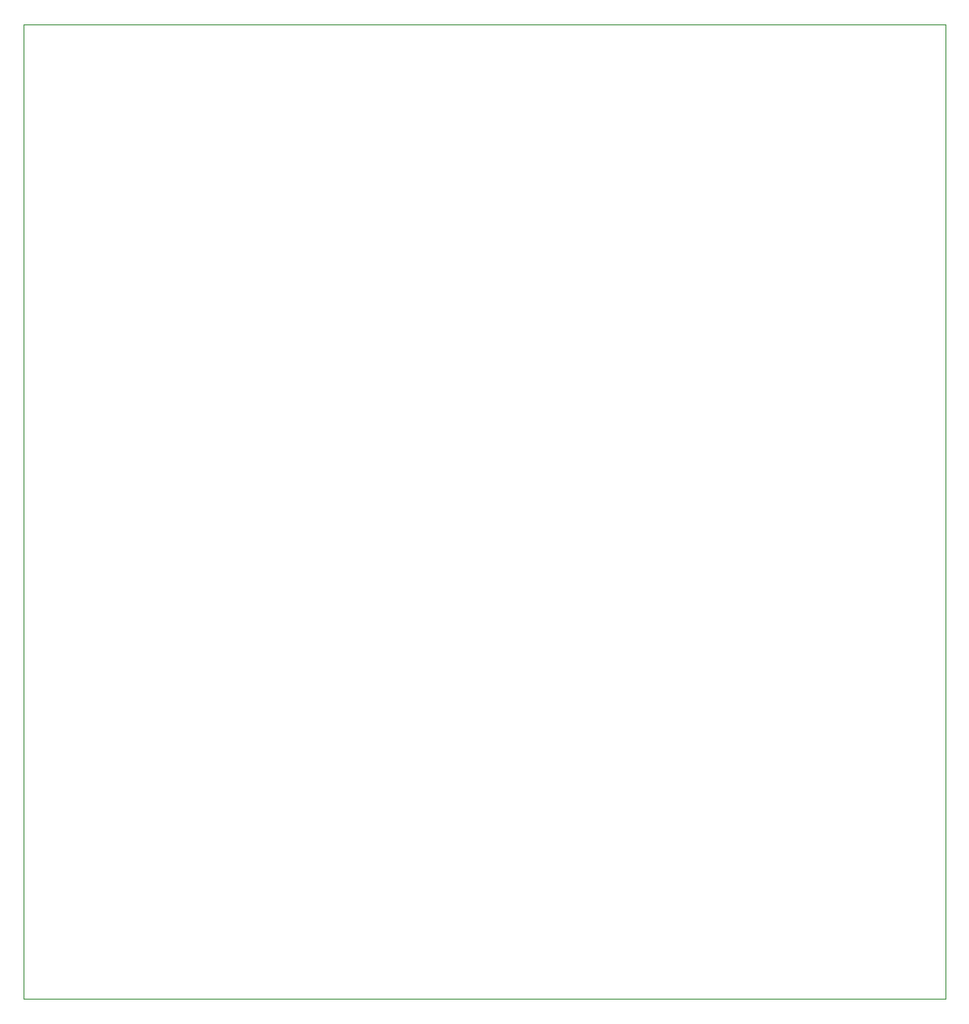
<source format=gbr>
G04 #@! TF.GenerationSoftware,KiCad,Pcbnew,(5.1.2)-1*
G04 #@! TF.CreationDate,2019-05-30T21:03:25-05:00*
G04 #@! TF.ProjectId,color-swatches,636f6c6f-722d-4737-9761-74636865732e,rev?*
G04 #@! TF.SameCoordinates,Original*
G04 #@! TF.FileFunction,Profile,NP*
%FSLAX46Y46*%
G04 Gerber Fmt 4.6, Leading zero omitted, Abs format (unit mm)*
G04 Created by KiCad (PCBNEW (5.1.2)-1) date 2019-05-30 21:03:25*
%MOMM*%
%LPD*%
G04 APERTURE LIST*
%ADD10C,0.100000*%
G04 APERTURE END LIST*
D10*
X-44520974Y46788208D02*
X45067686Y46788208D01*
X45067686Y46788208D02*
X45067687Y46788207D01*
X45067687Y46788207D02*
X45067687Y-47800834D01*
X45067687Y-47800834D02*
X45067686Y-47800834D01*
X45067686Y-47800834D02*
X-44520974Y-47800834D01*
X-44520974Y-47800834D02*
X-44520975Y-47800834D01*
X-44520975Y-47800834D02*
X-44520975Y46788207D01*
X-44520975Y46788207D02*
X-44520974Y46788208D01*
X-44520974Y46788208D02*
X-44520974Y46788208D01*
X-44520974Y46788208D02*
X-44520974Y46788208D01*
M02*

</source>
